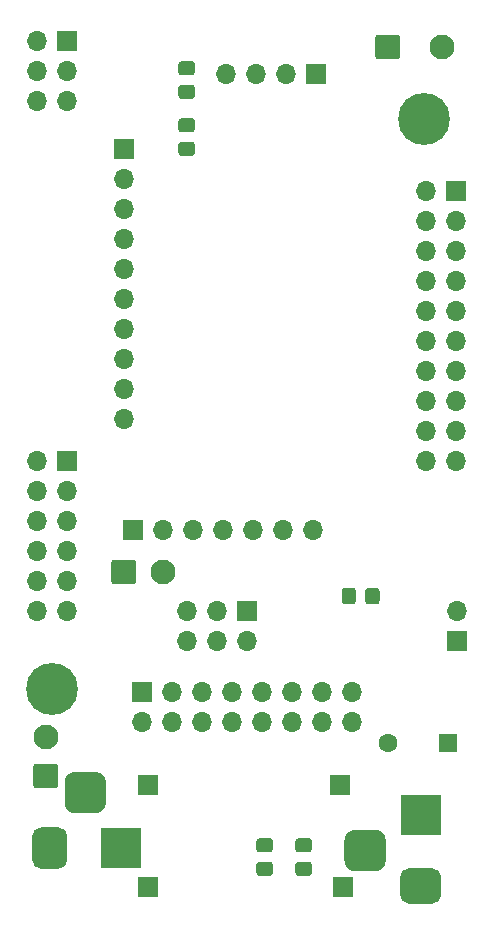
<source format=gbr>
%TF.GenerationSoftware,KiCad,Pcbnew,(5.1.7)-1*%
%TF.CreationDate,2023-12-15T12:51:46-07:00*%
%TF.ProjectId,AMPE32T30,414d5045-3332-4543-9330-2e6b69636164,rev?*%
%TF.SameCoordinates,PX76efc10PY5962530*%
%TF.FileFunction,Soldermask,Top*%
%TF.FilePolarity,Negative*%
%FSLAX46Y46*%
G04 Gerber Fmt 4.6, Leading zero omitted, Abs format (unit mm)*
G04 Created by KiCad (PCBNEW (5.1.7)-1) date 2023-12-15 12:51:46*
%MOMM*%
%LPD*%
G01*
G04 APERTURE LIST*
%ADD10C,4.400000*%
%ADD11O,1.700000X1.700000*%
%ADD12R,1.700000X1.700000*%
%ADD13C,2.100000*%
%ADD14R,3.500000X3.500000*%
%ADD15C,1.600000*%
%ADD16R,1.600000X1.600000*%
G04 APERTURE END LIST*
%TO.C,R4*%
G36*
G01*
X24834001Y2718000D02*
X23933999Y2718000D01*
G75*
G02*
X23684000Y2967999I0J249999D01*
G01*
X23684000Y3668001D01*
G75*
G02*
X23933999Y3918000I249999J0D01*
G01*
X24834001Y3918000D01*
G75*
G02*
X25084000Y3668001I0J-249999D01*
G01*
X25084000Y2967999D01*
G75*
G02*
X24834001Y2718000I-249999J0D01*
G01*
G37*
G36*
G01*
X24834001Y4718000D02*
X23933999Y4718000D01*
G75*
G02*
X23684000Y4967999I0J249999D01*
G01*
X23684000Y5668001D01*
G75*
G02*
X23933999Y5918000I249999J0D01*
G01*
X24834001Y5918000D01*
G75*
G02*
X25084000Y5668001I0J-249999D01*
G01*
X25084000Y4967999D01*
G75*
G02*
X24834001Y4718000I-249999J0D01*
G01*
G37*
%TD*%
%TO.C,R5*%
G36*
G01*
X21532001Y4718000D02*
X20631999Y4718000D01*
G75*
G02*
X20382000Y4967999I0J249999D01*
G01*
X20382000Y5668001D01*
G75*
G02*
X20631999Y5918000I249999J0D01*
G01*
X21532001Y5918000D01*
G75*
G02*
X21782000Y5668001I0J-249999D01*
G01*
X21782000Y4967999D01*
G75*
G02*
X21532001Y4718000I-249999J0D01*
G01*
G37*
G36*
G01*
X21532001Y2718000D02*
X20631999Y2718000D01*
G75*
G02*
X20382000Y2967999I0J249999D01*
G01*
X20382000Y3668001D01*
G75*
G02*
X20631999Y3918000I249999J0D01*
G01*
X21532001Y3918000D01*
G75*
G02*
X21782000Y3668001I0J-249999D01*
G01*
X21782000Y2967999D01*
G75*
G02*
X21532001Y2718000I-249999J0D01*
G01*
G37*
%TD*%
D10*
%TO.C,REF\u002A\u002A*%
X34544000Y66802000D03*
%TD*%
%TO.C,REF\u002A\u002A*%
X3048000Y18542000D03*
%TD*%
D11*
%TO.C,REF\u002A\u002A*%
X17780000Y70612000D03*
X20320000Y70612000D03*
X22860000Y70612000D03*
D12*
X25400000Y70612000D03*
%TD*%
D13*
%TO.C,J17*%
X2540000Y14506000D03*
G36*
G01*
X3340000Y10126000D02*
X1740000Y10126000D01*
G75*
G02*
X1490000Y10376000I0J250000D01*
G01*
X1490000Y11976000D01*
G75*
G02*
X1740000Y12226000I250000J0D01*
G01*
X3340000Y12226000D01*
G75*
G02*
X3590000Y11976000I0J-250000D01*
G01*
X3590000Y10376000D01*
G75*
G02*
X3340000Y10126000I-250000J0D01*
G01*
G37*
%TD*%
%TO.C,J12*%
X12474000Y28448000D03*
G36*
G01*
X8094000Y27648000D02*
X8094000Y29248000D01*
G75*
G02*
X8344000Y29498000I250000J0D01*
G01*
X9944000Y29498000D01*
G75*
G02*
X10194000Y29248000I0J-250000D01*
G01*
X10194000Y27648000D01*
G75*
G02*
X9944000Y27398000I-250000J0D01*
G01*
X8344000Y27398000D01*
G75*
G02*
X8094000Y27648000I0J250000D01*
G01*
G37*
%TD*%
D12*
%TO.C,J16*%
X27686000Y1778000D03*
%TD*%
%TO.C,J15*%
X11176000Y1778000D03*
%TD*%
%TO.C,J14*%
X27432000Y10414000D03*
%TD*%
%TO.C,J13*%
X11176000Y10414000D03*
%TD*%
%TO.C,J10*%
G36*
G01*
X30465000Y3124000D02*
X28715000Y3124000D01*
G75*
G02*
X27840000Y3999000I0J875000D01*
G01*
X27840000Y5749000D01*
G75*
G02*
X28715000Y6624000I875000J0D01*
G01*
X30465000Y6624000D01*
G75*
G02*
X31340000Y5749000I0J-875000D01*
G01*
X31340000Y3999000D01*
G75*
G02*
X30465000Y3124000I-875000J0D01*
G01*
G37*
G36*
G01*
X35290000Y374000D02*
X33290000Y374000D01*
G75*
G02*
X32540000Y1124000I0J750000D01*
G01*
X32540000Y2624000D01*
G75*
G02*
X33290000Y3374000I750000J0D01*
G01*
X35290000Y3374000D01*
G75*
G02*
X36040000Y2624000I0J-750000D01*
G01*
X36040000Y1124000D01*
G75*
G02*
X35290000Y374000I-750000J0D01*
G01*
G37*
D14*
X34290000Y7874000D03*
%TD*%
%TO.C,J8*%
G36*
G01*
X4140000Y8905000D02*
X4140000Y10655000D01*
G75*
G02*
X5015000Y11530000I875000J0D01*
G01*
X6765000Y11530000D01*
G75*
G02*
X7640000Y10655000I0J-875000D01*
G01*
X7640000Y8905000D01*
G75*
G02*
X6765000Y8030000I-875000J0D01*
G01*
X5015000Y8030000D01*
G75*
G02*
X4140000Y8905000I0J875000D01*
G01*
G37*
G36*
G01*
X1390000Y4080000D02*
X1390000Y6080000D01*
G75*
G02*
X2140000Y6830000I750000J0D01*
G01*
X3640000Y6830000D01*
G75*
G02*
X4390000Y6080000I0J-750000D01*
G01*
X4390000Y4080000D01*
G75*
G02*
X3640000Y3330000I-750000J0D01*
G01*
X2140000Y3330000D01*
G75*
G02*
X1390000Y4080000I0J750000D01*
G01*
G37*
X8890000Y5080000D03*
%TD*%
D11*
%TO.C,J1*%
X1778000Y68326000D03*
X4318000Y68326000D03*
X1778000Y70866000D03*
X4318000Y70866000D03*
X1778000Y73406000D03*
D12*
X4318000Y73406000D03*
%TD*%
D11*
%TO.C,J6*%
X34760000Y37846000D03*
X37300000Y37846000D03*
X34760000Y40386000D03*
X37300000Y40386000D03*
X34760000Y42926000D03*
X37300000Y42926000D03*
X34760000Y45466000D03*
X37300000Y45466000D03*
X34760000Y48006000D03*
X37300000Y48006000D03*
X34760000Y50546000D03*
X37300000Y50546000D03*
X34760000Y53086000D03*
X37300000Y53086000D03*
X34760000Y55626000D03*
X37300000Y55626000D03*
X34760000Y58166000D03*
X37300000Y58166000D03*
X34760000Y60706000D03*
D12*
X37300000Y60706000D03*
%TD*%
D11*
%TO.C,J3*%
X37338000Y25146000D03*
D12*
X37338000Y22606000D03*
%TD*%
D11*
%TO.C,J7*%
X1778000Y25146000D03*
X4318000Y25146000D03*
X1778000Y27686000D03*
X4318000Y27686000D03*
X1778000Y30226000D03*
X4318000Y30226000D03*
X1778000Y32766000D03*
X4318000Y32766000D03*
X1778000Y35306000D03*
X4318000Y35306000D03*
X1778000Y37846000D03*
D12*
X4318000Y37846000D03*
%TD*%
%TO.C,J11*%
X9144000Y64262000D03*
D11*
X9144000Y61722000D03*
X9144000Y59182000D03*
X9144000Y56642000D03*
X9144000Y54102000D03*
X9144000Y51562000D03*
X9144000Y49022000D03*
X9144000Y46482000D03*
X9144000Y43942000D03*
X9144000Y41402000D03*
%TD*%
D13*
%TO.C,J9*%
X36096000Y72898000D03*
G36*
G01*
X30446000Y72097999D02*
X30446000Y73698001D01*
G75*
G02*
X30695999Y73948000I249999J0D01*
G01*
X32296001Y73948000D01*
G75*
G02*
X32546000Y73698001I0J-249999D01*
G01*
X32546000Y72097999D01*
G75*
G02*
X32296001Y71848000I-249999J0D01*
G01*
X30695999Y71848000D01*
G75*
G02*
X30446000Y72097999I0J249999D01*
G01*
G37*
%TD*%
D15*
%TO.C,BZ1*%
X31496000Y13970000D03*
D16*
X36576000Y13970000D03*
%TD*%
D11*
%TO.C,J2*%
X14478000Y22606000D03*
X14478000Y25146000D03*
X17018000Y22606000D03*
X17018000Y25146000D03*
X19558000Y22606000D03*
D12*
X19558000Y25146000D03*
%TD*%
%TO.C,R3*%
G36*
G01*
X28810000Y26866001D02*
X28810000Y25965999D01*
G75*
G02*
X28560001Y25716000I-249999J0D01*
G01*
X27859999Y25716000D01*
G75*
G02*
X27610000Y25965999I0J249999D01*
G01*
X27610000Y26866001D01*
G75*
G02*
X27859999Y27116000I249999J0D01*
G01*
X28560001Y27116000D01*
G75*
G02*
X28810000Y26866001I0J-249999D01*
G01*
G37*
G36*
G01*
X30810000Y26866001D02*
X30810000Y25965999D01*
G75*
G02*
X30560001Y25716000I-249999J0D01*
G01*
X29859999Y25716000D01*
G75*
G02*
X29610000Y25965999I0J249999D01*
G01*
X29610000Y26866001D01*
G75*
G02*
X29859999Y27116000I249999J0D01*
G01*
X30560001Y27116000D01*
G75*
G02*
X30810000Y26866001I0J-249999D01*
G01*
G37*
%TD*%
%TO.C,R2*%
G36*
G01*
X14928001Y65678000D02*
X14027999Y65678000D01*
G75*
G02*
X13778000Y65927999I0J249999D01*
G01*
X13778000Y66628001D01*
G75*
G02*
X14027999Y66878000I249999J0D01*
G01*
X14928001Y66878000D01*
G75*
G02*
X15178000Y66628001I0J-249999D01*
G01*
X15178000Y65927999D01*
G75*
G02*
X14928001Y65678000I-249999J0D01*
G01*
G37*
G36*
G01*
X14928001Y63678000D02*
X14027999Y63678000D01*
G75*
G02*
X13778000Y63927999I0J249999D01*
G01*
X13778000Y64628001D01*
G75*
G02*
X14027999Y64878000I249999J0D01*
G01*
X14928001Y64878000D01*
G75*
G02*
X15178000Y64628001I0J-249999D01*
G01*
X15178000Y63927999D01*
G75*
G02*
X14928001Y63678000I-249999J0D01*
G01*
G37*
%TD*%
%TO.C,R1*%
G36*
G01*
X14928001Y70504000D02*
X14027999Y70504000D01*
G75*
G02*
X13778000Y70753999I0J249999D01*
G01*
X13778000Y71454001D01*
G75*
G02*
X14027999Y71704000I249999J0D01*
G01*
X14928001Y71704000D01*
G75*
G02*
X15178000Y71454001I0J-249999D01*
G01*
X15178000Y70753999D01*
G75*
G02*
X14928001Y70504000I-249999J0D01*
G01*
G37*
G36*
G01*
X14928001Y68504000D02*
X14027999Y68504000D01*
G75*
G02*
X13778000Y68753999I0J249999D01*
G01*
X13778000Y69454001D01*
G75*
G02*
X14027999Y69704000I249999J0D01*
G01*
X14928001Y69704000D01*
G75*
G02*
X15178000Y69454001I0J-249999D01*
G01*
X15178000Y68753999D01*
G75*
G02*
X14928001Y68504000I-249999J0D01*
G01*
G37*
%TD*%
D11*
%TO.C,J4*%
X25146000Y32004000D03*
X22606000Y32004000D03*
X20066000Y32004000D03*
X17526000Y32004000D03*
X14986000Y32004000D03*
X12446000Y32004000D03*
D12*
X9906000Y32004000D03*
%TD*%
%TO.C,J5*%
X10668000Y18288000D03*
D11*
X10668000Y15748000D03*
X13208000Y18288000D03*
X13208000Y15748000D03*
X15748000Y18288000D03*
X15748000Y15748000D03*
X18288000Y18288000D03*
X18288000Y15748000D03*
X20828000Y18288000D03*
X20828000Y15748000D03*
X23368000Y18288000D03*
X23368000Y15748000D03*
X25908000Y18288000D03*
X25908000Y15748000D03*
X28448000Y18288000D03*
X28448000Y15748000D03*
%TD*%
M02*

</source>
